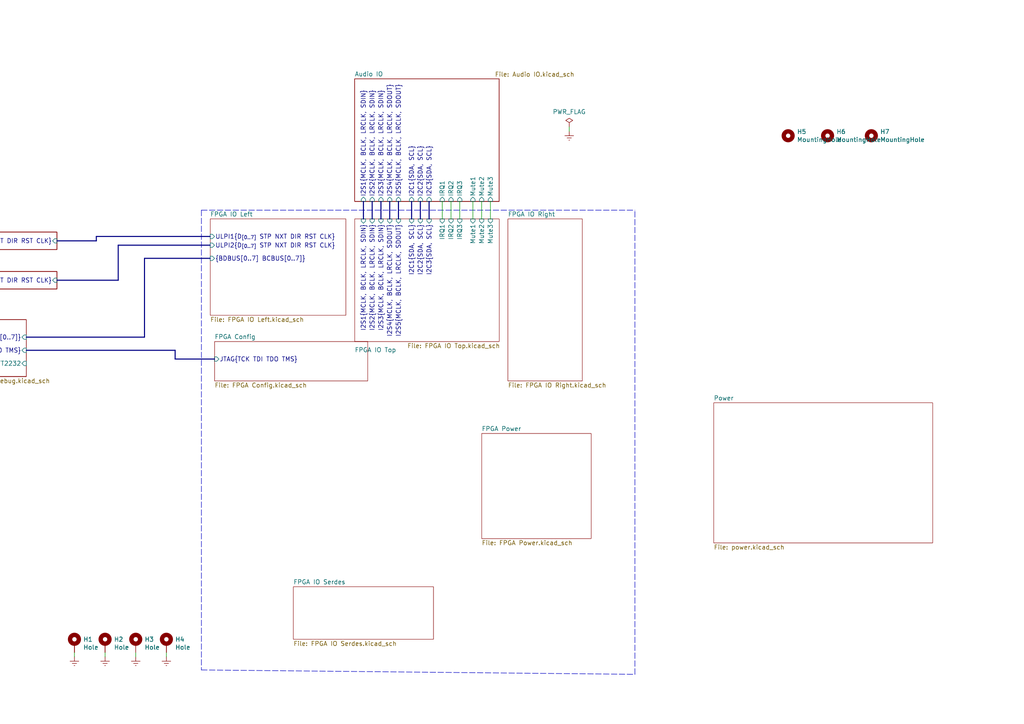
<source format=kicad_sch>
(kicad_sch (version 20210406) (generator eeschema)
  (paper "A4")
  (title_block (title "Mixer: Mainboard") (date "2021-03-28") (rev "1") (comment 1 "License: CC-BY-SA 4.0") (comment 2 "Author: Tobias Müller, twam.info"))
  (lib_symbols
    (symbol "Mainboard-rescue:Earth-power" (power) (pin_names (offset 0))
      (symbol "Earth-power_0_1"
        (polyline (pts (xy -0.635 -1.905) (xy 0.635 -1.905)))
        (polyline (pts (xy -0.127 -2.54) (xy 0.127 -2.54)))
        (polyline (pts (xy 0 -1.27) (xy 0 0)))
        (polyline (pts (xy 1.27 -1.27) (xy -1.27 -1.27)))
      )
      (symbol "Earth-power_1_1"
        (pin power_in line (at 0 0 270) (length 0) hide (name "Earth") (number "1"))
      )
    )
    (symbol "Mainboard-rescue:MountingHole-Mechanical" (pin_names (offset 1.016))
      (property "Reference" "H" (at 0 5.08 0))
      (property "Value" "MountingHole-Mechanical" (at 0 3.175 0))
      (symbol "MountingHole-Mechanical_0_1"
        (circle (center 0 0) (radius 1.27) (stroke (width 1.27)))
      )
    )
    (symbol "Mainboard-rescue:MountingHole_Pad-Mechanical" (pin_numbers hide) (pin_names (offset 1.016) hide)
      (property "Reference" "H" (at 0 6.35 0))
      (property "Value" "MountingHole_Pad-Mechanical" (at 0 4.445 0))
      (symbol "MountingHole_Pad-Mechanical_0_1"
        (circle (center 0 1.27) (radius 1.27) (stroke (width 1.27)))
      )
      (symbol "MountingHole_Pad-Mechanical_1_1"
        (pin input line (at 0 -2.54 90) (length 2.54) (name "1") (number "1"))
      )
    )
    (symbol "Mainboard-rescue:PWR_FLAG-power" (power) (pin_numbers hide) (pin_names (offset 0) hide)
      (property "Value" "PWR_FLAG-power" (at 0 3.81 0))
      (symbol "PWR_FLAG-power_0_0"
        (pin power_out line (at 0 0 90) (length 0) (name "pwr") (number "1"))
      )
      (symbol "PWR_FLAG-power_0_1"
        (polyline (pts (xy 0 0) (xy 0 1.27) (xy -1.016 1.905) (xy 0 2.54) (xy 1.016 1.905) (xy 0 1.27)))
      )
    )
  )
  (wire (pts (xy 21.59 190.5) (xy 21.59 189.23)))
  (wire (pts (xy 30.48 190.5) (xy 30.48 189.23)))
  (wire (pts (xy 39.37 190.5) (xy 39.37 189.23)))
  (wire (pts (xy 48.26 190.5) (xy 48.26 189.23)))
  (wire (pts (xy 128.27 58.42) (xy 128.27 63.5)))
  (wire (pts (xy 130.81 58.42) (xy 130.81 63.5)))
  (wire (pts (xy 133.35 58.42) (xy 133.35 63.5)))
  (wire (pts (xy 137.16 58.42) (xy 137.16 63.5)))
  (wire (pts (xy 139.7 58.42) (xy 139.7 63.5)))
  (wire (pts (xy 142.24 58.42) (xy 142.24 63.5)))
  (wire (pts (xy 165.1 36.83) (xy 165.1 38.1)))
  (bus (pts (xy 7.62 101.6) (xy 50.8 101.6)))
  (bus (pts (xy 27.94 68.58) (xy 27.94 69.85)))
  (bus (pts (xy 27.94 69.85) (xy 16.51 69.85)))
  (bus (pts (xy 34.29 71.12) (xy 34.29 81.28)))
  (bus (pts (xy 34.29 81.28) (xy 16.51 81.28)))
  (bus (pts (xy 41.91 74.93) (xy 41.91 97.79)))
  (bus (pts (xy 41.91 97.79) (xy 7.62 97.79)))
  (bus (pts (xy 50.8 101.6) (xy 50.8 104.14)))
  (bus (pts (xy 50.8 104.14) (xy 62.23 104.14)))
  (bus (pts (xy 60.96 68.58) (xy 27.94 68.58)))
  (bus (pts (xy 60.96 71.12) (xy 34.29 71.12)))
  (bus (pts (xy 60.96 74.93) (xy 41.91 74.93)))
  (bus (pts (xy 105.41 58.42) (xy 105.41 63.5)))
  (bus (pts (xy 107.95 58.42) (xy 107.95 63.5)))
  (bus (pts (xy 110.49 58.42) (xy 110.49 63.5)))
  (bus (pts (xy 113.03 58.42) (xy 113.03 63.5)))
  (bus (pts (xy 115.57 58.42) (xy 115.57 63.5)))
  (bus (pts (xy 119.38 58.42) (xy 119.38 63.5)))
  (bus (pts (xy 121.92 58.42) (xy 121.92 63.5)))
  (bus (pts (xy 124.46 58.42) (xy 124.46 63.5)))
  (polyline (pts (xy 58.42 60.96) (xy 58.42 194.31)) (stroke (width 0) (type dash)))
  (polyline (pts (xy 58.42 60.96) (xy 184.15 60.96)) (stroke (width 0.1524) (type dash)))
  (polyline (pts (xy 58.42 194.31) (xy 184.15 195.58)) (stroke (width 0) (type dash)))
  (polyline (pts (xy 184.15 195.58) (xy 184.15 60.96)) (stroke (width 0) (type dash)))
  (symbol (lib_id "Mainboard-rescue:PWR_FLAG-power") (at 165.1 36.83 0) (unit 1)
    (property "Reference" "#FLG0109" (effects hide))
    (property "Value" "PWR_FLAG" (at 165.1 32.4358 0))
  )
  (symbol (lib_id "Mainboard-rescue:Earth-power") (at 21.59 190.5 0) (unit 1)
    (property "Reference" "#PWR0144" (effects hide))
    (property "Value" "Earth" (effects hide))
  )
  (symbol (lib_id "Mainboard-rescue:Earth-power") (at 30.48 190.5 0) (unit 1)
    (property "Reference" "#PWR0147" (effects hide))
    (property "Value" "Earth" (effects hide))
  )
  (symbol (lib_id "Mainboard-rescue:Earth-power") (at 39.37 190.5 0) (unit 1)
    (property "Reference" "#PWR0146" (effects hide))
    (property "Value" "Earth" (effects hide))
  )
  (symbol (lib_id "Mainboard-rescue:Earth-power") (at 48.26 190.5 0) (unit 1)
    (property "Reference" "#PWR0145" (effects hide))
    (property "Value" "Earth" (effects hide))
  )
  (symbol (lib_id "Mainboard-rescue:Earth-power") (at 165.1 38.1 0) (unit 1)
    (property "Reference" "#PWR0129" (effects hide))
    (property "Value" "Earth" (effects hide))
  )
  (symbol (lib_id "Mainboard-rescue:MountingHole-Mechanical") (at 228.6 39.37 0) (unit 1)
    (property "Reference" "H5" (at 231.14 38.2016 0) (effects (justify left)))
    (property "Value" "MountingHole" (at 231.14 40.513 0) (effects (justify left)))
    (property "Footprint" "twam-Misc:MountingHole_JLCPCB" (effects hide))
  )
  (symbol (lib_id "Mainboard-rescue:MountingHole-Mechanical") (at 240.03 39.37 0) (unit 1)
    (property "Reference" "H6" (at 242.57 38.2016 0) (effects (justify left)))
    (property "Value" "MountingHole" (at 242.57 40.513 0) (effects (justify left)))
    (property "Footprint" "twam-Misc:MountingHole_JLCPCB" (effects hide))
  )
  (symbol (lib_id "Mainboard-rescue:MountingHole-Mechanical") (at 252.73 39.37 0) (unit 1)
    (property "Reference" "H7" (at 255.27 38.2016 0) (effects (justify left)))
    (property "Value" "MountingHole" (at 255.27 40.513 0) (effects (justify left)))
    (property "Footprint" "twam-Misc:MountingHole_JLCPCB" (effects hide))
  )
  (symbol (lib_id "Mainboard-rescue:MountingHole_Pad-Mechanical") (at 21.59 186.69 0) (unit 1)
    (property "Reference" "H1" (at 24.13 185.4454 0) (effects (justify left)))
    (property "Value" "Hole" (at 24.13 187.7568 0) (effects (justify left)))
    (property "Footprint" "MountingHole:MountingHole_2.7mm_M2.5_DIN965_Pad" (effects hide))
  )
  (symbol (lib_id "Mainboard-rescue:MountingHole_Pad-Mechanical") (at 30.48 186.69 0) (unit 1)
    (property "Reference" "H2" (at 33.02 185.4454 0) (effects (justify left)))
    (property "Value" "Hole" (at 33.02 187.7568 0) (effects (justify left)))
    (property "Footprint" "MountingHole:MountingHole_2.7mm_M2.5_DIN965_Pad" (effects hide))
  )
  (symbol (lib_id "Mainboard-rescue:MountingHole_Pad-Mechanical") (at 39.37 186.69 0) (unit 1)
    (property "Reference" "H3" (at 41.91 185.4454 0) (effects (justify left)))
    (property "Value" "Hole" (at 41.91 187.7568 0) (effects (justify left)))
    (property "Footprint" "MountingHole:MountingHole_2.7mm_M2.5_DIN965_Pad" (effects hide))
  )
  (symbol (lib_id "Mainboard-rescue:MountingHole_Pad-Mechanical") (at 48.26 186.69 0) (unit 1)
    (property "Reference" "H4" (at 50.8 185.4454 0) (effects (justify left)))
    (property "Value" "Hole" (at 50.8 187.7568 0) (effects (justify left)))
    (property "Footprint" "MountingHole:MountingHole_2.7mm_M2.5_DIN965_Pad" (effects hide))
  )
  (sheet (at 102.87 22.86) (size 41.91 35.56)
    (property "Sheet name" "Audio IO" (at 102.87 22.2245 0) (effects (justify left bottom)))
    (property "Sheet file" "Audio IO.kicad_sch" (at 143.51 20.8285 0) (effects (justify left top)))
    (pin "IRQ1" input (at 128.27 58.42 270))
    (pin "Mute1" input (at 137.16 58.42 270))
    (pin "Mute3" input (at 142.24 58.42 270))
    (pin "IRQ3" input (at 133.35 58.42 270))
    (pin "Mute2" input (at 139.7 58.42 270))
    (pin "IRQ2" input (at 130.81 58.42 270))
    (pin "I2S4{MCLK, BCLK, LRCLK, SDOUT}" input (at 113.03 58.42 270))
    (pin "I2S1{MCLK, BCLK, LRCLK, SDIN}" input (at 105.41 58.42 270))
    (pin "I2C1{SDA, SCL}" input (at 119.38 58.42 270))
    (pin "I2S2{MCLK, BCLK, LRCLK, SDIN}" input (at 107.95 58.42 270))
    (pin "I2S3{MCLK, BCLK, LRCLK, SDIN}" input (at 110.49 58.42 270))
    (pin "I2C3{SDA, SCL}" input (at 124.46 58.42 270))
    (pin "I2C2{SDA, SCL}" input (at 121.92 58.42 270))
    (pin "I2S5{MCLK, BCLK, LRCLK, SDOUT}" input (at 115.57 58.42 270))
  )
  (sheet (at -6.35 92.71) (size 13.97 16.51)
    (property "Sheet name" "Debug" (at -6.35 92.0745 0) (effects (justify left bottom)))
    (property "Sheet file" "Debug.kicad_sch" (at -6.35 109.7285 0) (effects (justify left top)))
    (pin "RST_FT2232" input (at 7.62 105.41 0))
    (pin "{BDBUS[0..7] BCBUS[0..7]}" input (at 7.62 97.79 0))
    (pin "JTAG{TCK TDI TDO TMS}" input (at 7.62 101.6 0))
  )
  (sheet (at 62.23 99.06) (size 44.45 11.43) (stroke (width 0.0006))
    (property "Sheet name" "FPGA Config" (at 62.23 98.4243 0) (effects (justify left bottom)))
    (property "Sheet file" "FPGA Config.kicad_sch" (at 62.23 110.9987 0) (effects (justify left top)))
    (pin "JTAG{TCK TDI TDO TMS}" input (at 62.23 104.14 180))
  )
  (sheet (at 60.96 63.5) (size 39.37 27.94) (stroke (width 0.0006))
    (property "Sheet name" "FPGA IO Left" (at 60.96 62.8643 0) (effects (justify left bottom)))
    (property "Sheet file" "FPGA IO Left.kicad_sch" (at 60.96 91.9487 0) (effects (justify left top)))
    (pin "ULPI1{D_{[0..7]} STP NXT DIR RST CLK}" input (at 60.96 68.58 180))
    (pin "ULPI2{D_{[0..7]} STP NXT DIR RST CLK}" input (at 60.96 71.12 180))
    (pin "{BDBUS[0..7] BCBUS[0..7]}" input (at 60.96 74.93 180))
  )
  (sheet (at 147.32 63.5) (size 21.59 46.99) (stroke (width 0.0006))
    (property "Sheet name" "FPGA IO Right" (at 147.32 62.8643 0) (effects (justify left bottom)))
    (property "Sheet file" "FPGA IO Right.kicad_sch" (at 147.32 110.9987 0) (effects (justify left top)))
  )
  (sheet (at 85.09 170.18) (size 40.64 15.24) (stroke (width 0.0006))
    (property "Sheet name" "FPGA IO Serdes" (at 85.09 169.5443 0) (effects (justify left bottom)))
    (property "Sheet file" "FPGA IO Serdes.kicad_sch" (at 85.09 185.9287 0) (effects (justify left top)))
  )
  (sheet (at 102.87 63.5) (size 41.91 35.56) (stroke (width 0.0006))
    (property "Sheet name" "FPGA IO Top" (at 102.87 102.2343 0) (effects (justify left bottom)))
    (property "Sheet file" "FPGA IO Top.kicad_sch" (at 118.11 99.5687 0) (effects (justify left top)))
    (pin "Mute1" input (at 137.16 63.5 90))
    (pin "IRQ1" input (at 128.27 63.5 90))
    (pin "Mute2" input (at 139.7 63.5 90))
    (pin "IRQ3" input (at 133.35 63.5 90))
    (pin "Mute3" input (at 142.24 63.5 90))
    (pin "I2C3{SDA, SCL}" input (at 124.46 63.5 90))
    (pin "I2C2{SDA, SCL}" input (at 121.92 63.5 90))
    (pin "I2C1{SDA, SCL}" input (at 119.38 63.5 90))
    (pin "I2S3{MCLK, BCLK, LRCLK, SDIN}" input (at 110.49 63.5 90))
    (pin "I2S5{MCLK, BCLK, LRCLK, SDOUT}" input (at 115.57 63.5 90))
    (pin "I2S1{MCLK, BCLK, LRCLK, SDIN}" input (at 105.41 63.5 90))
    (pin "I2S2{MCLK, BCLK, LRCLK, SDIN}" input (at 107.95 63.5 90))
    (pin "IRQ2" input (at 130.81 63.5 90))
    (pin "I2S4{MCLK, BCLK, LRCLK, SDOUT}" input (at 113.03 63.5 90))
  )
  (sheet (at 139.7 125.73) (size 31.75 30.48) (stroke (width 0.0006))
    (property "Sheet name" "FPGA Power" (at 139.7 125.0943 0) (effects (justify left bottom)))
    (property "Sheet file" "FPGA Power.kicad_sch" (at 139.7 156.7187 0) (effects (justify left top)))
  )
  (sheet (at 207.01 116.84) (size 63.5 40.64) (stroke (width 0.0006))
    (property "Sheet name" "Power" (at 207.01 116.2043 0) (effects (justify left bottom)))
    (property "Sheet file" "power.kicad_sch" (at 207.01 157.9887 0) (effects (justify left top)))
  )
  (sheet (at -20.32 67.31) (size 36.83 5.08)
    (property "Sheet name" "USB1" (at -20.32 66.6745 0) (effects (justify left bottom)))
    (property "Sheet file" "USB.kicad_sch" (at -20.32 72.8985 0) (effects (justify left top)))
    (pin "ULPI{D_{[0..7]} STP NXT DIR RST CLK}" input (at 16.51 69.85 0))
  )
  (sheet (at -20.32 78.74) (size 36.83 5.08)
    (property "Sheet name" "USB2" (at -20.32 78.1045 0) (effects (justify left bottom)))
    (property "Sheet file" "USB.kicad_sch" (at -20.32 84.3285 0) (effects (justify left top)))
    (pin "ULPI{D_{[0..7]} STP NXT DIR RST CLK}" input (at 16.51 81.28 0))
  )
)
</source>
